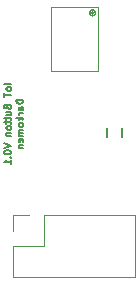
<source format=gbo>
%TF.GenerationSoftware,KiCad,Pcbnew,4.0.7*%
%TF.CreationDate,2017-10-11T16:39:00+02:00*%
%TF.ProjectId,ESP12_pcb,45535031325F7063622E6B696361645F,rev?*%
%TF.FileFunction,Legend,Bot*%
%FSLAX46Y46*%
G04 Gerber Fmt 4.6, Leading zero omitted, Abs format (unit mm)*
G04 Created by KiCad (PCBNEW 4.0.7) date Wednesday, 11 October 2017 'PMt' 16:39:00*
%MOMM*%
%LPD*%
G01*
G04 APERTURE LIST*
%ADD10C,0.127000*%
%ADD11C,0.150000*%
%ADD12C,0.120000*%
%ADD13C,0.100000*%
%ADD14R,0.850000X1.300000*%
%ADD15R,1.800000X1.800000*%
%ADD16O,1.800000X1.800000*%
%ADD17R,1.100000X2.100000*%
%ADD18R,1.300000X0.400000*%
%ADD19R,2.500000X2.400000*%
G04 APERTURE END LIST*
D10*
X44307929Y-73864286D02*
X43707929Y-73864286D01*
X44307929Y-74235714D02*
X44279357Y-74178572D01*
X44250786Y-74150000D01*
X44193643Y-74121429D01*
X44022214Y-74121429D01*
X43965071Y-74150000D01*
X43936500Y-74178572D01*
X43907929Y-74235714D01*
X43907929Y-74321429D01*
X43936500Y-74378572D01*
X43965071Y-74407143D01*
X44022214Y-74435714D01*
X44193643Y-74435714D01*
X44250786Y-74407143D01*
X44279357Y-74378572D01*
X44307929Y-74321429D01*
X44307929Y-74235714D01*
X43707929Y-74607143D02*
X43707929Y-74950000D01*
X44307929Y-74778571D02*
X43707929Y-74778571D01*
X43993643Y-75807143D02*
X44022214Y-75892857D01*
X44050786Y-75921429D01*
X44107929Y-75950000D01*
X44193643Y-75950000D01*
X44250786Y-75921429D01*
X44279357Y-75892857D01*
X44307929Y-75835715D01*
X44307929Y-75607143D01*
X43707929Y-75607143D01*
X43707929Y-75807143D01*
X43736500Y-75864286D01*
X43765071Y-75892857D01*
X43822214Y-75921429D01*
X43879357Y-75921429D01*
X43936500Y-75892857D01*
X43965071Y-75864286D01*
X43993643Y-75807143D01*
X43993643Y-75607143D01*
X43907929Y-76464286D02*
X44307929Y-76464286D01*
X43907929Y-76207143D02*
X44222214Y-76207143D01*
X44279357Y-76235715D01*
X44307929Y-76292857D01*
X44307929Y-76378572D01*
X44279357Y-76435715D01*
X44250786Y-76464286D01*
X43907929Y-76664286D02*
X43907929Y-76892857D01*
X43707929Y-76750000D02*
X44222214Y-76750000D01*
X44279357Y-76778572D01*
X44307929Y-76835714D01*
X44307929Y-76892857D01*
X43907929Y-77007143D02*
X43907929Y-77235714D01*
X43707929Y-77092857D02*
X44222214Y-77092857D01*
X44279357Y-77121429D01*
X44307929Y-77178571D01*
X44307929Y-77235714D01*
X44307929Y-77521428D02*
X44279357Y-77464286D01*
X44250786Y-77435714D01*
X44193643Y-77407143D01*
X44022214Y-77407143D01*
X43965071Y-77435714D01*
X43936500Y-77464286D01*
X43907929Y-77521428D01*
X43907929Y-77607143D01*
X43936500Y-77664286D01*
X43965071Y-77692857D01*
X44022214Y-77721428D01*
X44193643Y-77721428D01*
X44250786Y-77692857D01*
X44279357Y-77664286D01*
X44307929Y-77607143D01*
X44307929Y-77521428D01*
X43907929Y-77978571D02*
X44307929Y-77978571D01*
X43965071Y-77978571D02*
X43936500Y-78007143D01*
X43907929Y-78064285D01*
X43907929Y-78150000D01*
X43936500Y-78207143D01*
X43993643Y-78235714D01*
X44307929Y-78235714D01*
X43707929Y-78892857D02*
X44307929Y-79092857D01*
X43707929Y-79292857D01*
X43707929Y-79607143D02*
X43707929Y-79664286D01*
X43736500Y-79721429D01*
X43765071Y-79750000D01*
X43822214Y-79778571D01*
X43936500Y-79807143D01*
X44079357Y-79807143D01*
X44193643Y-79778571D01*
X44250786Y-79750000D01*
X44279357Y-79721429D01*
X44307929Y-79664286D01*
X44307929Y-79607143D01*
X44279357Y-79550000D01*
X44250786Y-79521429D01*
X44193643Y-79492857D01*
X44079357Y-79464286D01*
X43936500Y-79464286D01*
X43822214Y-79492857D01*
X43765071Y-79521429D01*
X43736500Y-79550000D01*
X43707929Y-79607143D01*
X44250786Y-80064286D02*
X44279357Y-80092858D01*
X44307929Y-80064286D01*
X44279357Y-80035715D01*
X44250786Y-80064286D01*
X44307929Y-80064286D01*
X44307929Y-80664286D02*
X44307929Y-80321429D01*
X44307929Y-80492857D02*
X43707929Y-80492857D01*
X43793643Y-80435714D01*
X43850786Y-80378572D01*
X43879357Y-80321429D01*
X45334929Y-75192857D02*
X44734929Y-75192857D01*
X44734929Y-75335714D01*
X44763500Y-75421429D01*
X44820643Y-75478571D01*
X44877786Y-75507143D01*
X44992071Y-75535714D01*
X45077786Y-75535714D01*
X45192071Y-75507143D01*
X45249214Y-75478571D01*
X45306357Y-75421429D01*
X45334929Y-75335714D01*
X45334929Y-75192857D01*
X45334929Y-76050000D02*
X45020643Y-76050000D01*
X44963500Y-76021429D01*
X44934929Y-75964286D01*
X44934929Y-75850000D01*
X44963500Y-75792857D01*
X45306357Y-76050000D02*
X45334929Y-75992857D01*
X45334929Y-75850000D01*
X45306357Y-75792857D01*
X45249214Y-75764286D01*
X45192071Y-75764286D01*
X45134929Y-75792857D01*
X45106357Y-75850000D01*
X45106357Y-75992857D01*
X45077786Y-76050000D01*
X45334929Y-76335714D02*
X44934929Y-76335714D01*
X45049214Y-76335714D02*
X44992071Y-76364286D01*
X44963500Y-76392857D01*
X44934929Y-76450000D01*
X44934929Y-76507143D01*
X45334929Y-76707143D02*
X44734929Y-76707143D01*
X45106357Y-76764286D02*
X45334929Y-76935715D01*
X44934929Y-76935715D02*
X45163500Y-76707143D01*
X45334929Y-77278571D02*
X45306357Y-77221429D01*
X45277786Y-77192857D01*
X45220643Y-77164286D01*
X45049214Y-77164286D01*
X44992071Y-77192857D01*
X44963500Y-77221429D01*
X44934929Y-77278571D01*
X44934929Y-77364286D01*
X44963500Y-77421429D01*
X44992071Y-77450000D01*
X45049214Y-77478571D01*
X45220643Y-77478571D01*
X45277786Y-77450000D01*
X45306357Y-77421429D01*
X45334929Y-77364286D01*
X45334929Y-77278571D01*
X45334929Y-77735714D02*
X44934929Y-77735714D01*
X44992071Y-77735714D02*
X44963500Y-77764286D01*
X44934929Y-77821428D01*
X44934929Y-77907143D01*
X44963500Y-77964286D01*
X45020643Y-77992857D01*
X45334929Y-77992857D01*
X45020643Y-77992857D02*
X44963500Y-78021428D01*
X44934929Y-78078571D01*
X44934929Y-78164286D01*
X44963500Y-78221428D01*
X45020643Y-78250000D01*
X45334929Y-78250000D01*
X45306357Y-78764286D02*
X45334929Y-78707143D01*
X45334929Y-78592857D01*
X45306357Y-78535714D01*
X45249214Y-78507143D01*
X45020643Y-78507143D01*
X44963500Y-78535714D01*
X44934929Y-78592857D01*
X44934929Y-78707143D01*
X44963500Y-78764286D01*
X45020643Y-78792857D01*
X45077786Y-78792857D01*
X45134929Y-78507143D01*
X44934929Y-79050000D02*
X45334929Y-79050000D01*
X44992071Y-79050000D02*
X44963500Y-79078572D01*
X44934929Y-79135714D01*
X44934929Y-79221429D01*
X44963500Y-79278572D01*
X45020643Y-79307143D01*
X45334929Y-79307143D01*
D11*
X53650000Y-78325000D02*
X53650000Y-77625000D01*
X52450000Y-77625000D02*
X52450000Y-78325000D01*
D12*
X47090000Y-84920000D02*
X54830000Y-84920000D01*
X54830000Y-84920000D02*
X54830000Y-90240000D01*
X54830000Y-90240000D02*
X44430000Y-90240000D01*
X44430000Y-90240000D02*
X44430000Y-87580000D01*
X44430000Y-87580000D02*
X47090000Y-87580000D01*
X47090000Y-87580000D02*
X47090000Y-84920000D01*
X45820000Y-84920000D02*
X44430000Y-84920000D01*
X44430000Y-84920000D02*
X44430000Y-86310000D01*
D13*
X51700000Y-67350000D02*
X47700000Y-67350000D01*
X51700000Y-72750000D02*
X51700000Y-67350000D01*
X47700000Y-72750000D02*
X51700000Y-72750000D01*
X47700000Y-67350000D02*
X47700000Y-72750000D01*
X51100000Y-67850000D02*
X51200000Y-67850000D01*
X51300000Y-67850000D02*
G75*
G03X51300000Y-67850000I-100000J0D01*
G01*
X51341421Y-67850000D02*
G75*
G03X51341421Y-67850000I-141421J0D01*
G01*
X51423607Y-67850000D02*
G75*
G03X51423607Y-67850000I-223607J0D01*
G01*
X51482843Y-67832842D02*
G75*
G03X51482843Y-67832842I-282843J0D01*
G01*
%LPC*%
D14*
X53050000Y-78925000D03*
X53050000Y-77025000D03*
D15*
X55450000Y-80165000D03*
D16*
X55450000Y-77625000D03*
D17*
X51550000Y-80550000D03*
X51550000Y-75550000D03*
X47850000Y-80550000D03*
X47850000Y-75550000D03*
D15*
X45820000Y-86310000D03*
D16*
X45820000Y-88850000D03*
X48360000Y-86310000D03*
X48360000Y-88850000D03*
X50900000Y-86310000D03*
X50900000Y-88850000D03*
X53440000Y-86310000D03*
X53440000Y-88850000D03*
D18*
X52900000Y-71025000D03*
X52900000Y-69725000D03*
X52900000Y-68425000D03*
X52900000Y-67775000D03*
X46500000Y-70375000D03*
X52900000Y-71675000D03*
X52900000Y-72325000D03*
X46500000Y-67775000D03*
X46500000Y-68425000D03*
X52900000Y-69075000D03*
X46500000Y-69075000D03*
X46500000Y-69725000D03*
X52900000Y-70375000D03*
X46500000Y-71025000D03*
X46500000Y-71675000D03*
X46500000Y-72325000D03*
D19*
X49700000Y-70050000D03*
M02*

</source>
